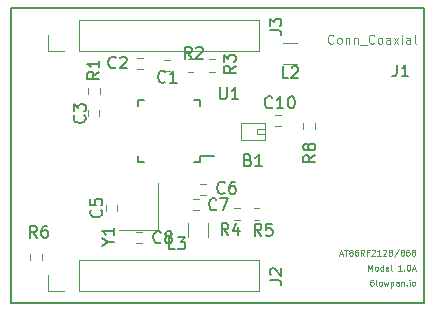
<source format=gbr>
G04 #@! TF.FileFunction,Legend,Top*
%FSLAX46Y46*%
G04 Gerber Fmt 4.6, Leading zero omitted, Abs format (unit mm)*
G04 Created by KiCad (PCBNEW 4.0.7) date Sat Oct 28 22:36:45 2017*
%MOMM*%
%LPD*%
G01*
G04 APERTURE LIST*
%ADD10C,0.100000*%
%ADD11C,0.075000*%
%ADD12C,0.150000*%
%ADD13C,0.120000*%
%ADD14C,0.182880*%
%ADD15C,0.081280*%
G04 APERTURE END LIST*
D10*
D11*
X201438333Y-94341190D02*
X201343095Y-94341190D01*
X201295476Y-94365000D01*
X201271667Y-94388810D01*
X201224048Y-94460238D01*
X201200238Y-94555476D01*
X201200238Y-94745952D01*
X201224048Y-94793571D01*
X201247857Y-94817381D01*
X201295476Y-94841190D01*
X201390714Y-94841190D01*
X201438333Y-94817381D01*
X201462143Y-94793571D01*
X201485952Y-94745952D01*
X201485952Y-94626905D01*
X201462143Y-94579286D01*
X201438333Y-94555476D01*
X201390714Y-94531667D01*
X201295476Y-94531667D01*
X201247857Y-94555476D01*
X201224048Y-94579286D01*
X201200238Y-94626905D01*
X201771666Y-94841190D02*
X201724047Y-94817381D01*
X201700238Y-94769762D01*
X201700238Y-94341190D01*
X202033571Y-94841190D02*
X201985952Y-94817381D01*
X201962143Y-94793571D01*
X201938333Y-94745952D01*
X201938333Y-94603095D01*
X201962143Y-94555476D01*
X201985952Y-94531667D01*
X202033571Y-94507857D01*
X202105000Y-94507857D01*
X202152619Y-94531667D01*
X202176428Y-94555476D01*
X202200238Y-94603095D01*
X202200238Y-94745952D01*
X202176428Y-94793571D01*
X202152619Y-94817381D01*
X202105000Y-94841190D01*
X202033571Y-94841190D01*
X202366905Y-94507857D02*
X202462143Y-94841190D01*
X202557381Y-94603095D01*
X202652619Y-94841190D01*
X202747857Y-94507857D01*
X202938334Y-94507857D02*
X202938334Y-95007857D01*
X202938334Y-94531667D02*
X202985953Y-94507857D01*
X203081191Y-94507857D01*
X203128810Y-94531667D01*
X203152619Y-94555476D01*
X203176429Y-94603095D01*
X203176429Y-94745952D01*
X203152619Y-94793571D01*
X203128810Y-94817381D01*
X203081191Y-94841190D01*
X202985953Y-94841190D01*
X202938334Y-94817381D01*
X203605000Y-94841190D02*
X203605000Y-94579286D01*
X203581191Y-94531667D01*
X203533572Y-94507857D01*
X203438334Y-94507857D01*
X203390715Y-94531667D01*
X203605000Y-94817381D02*
X203557381Y-94841190D01*
X203438334Y-94841190D01*
X203390715Y-94817381D01*
X203366905Y-94769762D01*
X203366905Y-94722143D01*
X203390715Y-94674524D01*
X203438334Y-94650714D01*
X203557381Y-94650714D01*
X203605000Y-94626905D01*
X203843096Y-94507857D02*
X203843096Y-94841190D01*
X203843096Y-94555476D02*
X203866905Y-94531667D01*
X203914524Y-94507857D01*
X203985953Y-94507857D01*
X204033572Y-94531667D01*
X204057381Y-94579286D01*
X204057381Y-94841190D01*
X204295477Y-94793571D02*
X204319286Y-94817381D01*
X204295477Y-94841190D01*
X204271667Y-94817381D01*
X204295477Y-94793571D01*
X204295477Y-94841190D01*
X204533572Y-94841190D02*
X204533572Y-94507857D01*
X204533572Y-94341190D02*
X204509762Y-94365000D01*
X204533572Y-94388810D01*
X204557381Y-94365000D01*
X204533572Y-94341190D01*
X204533572Y-94388810D01*
X204843095Y-94841190D02*
X204795476Y-94817381D01*
X204771667Y-94793571D01*
X204747857Y-94745952D01*
X204747857Y-94603095D01*
X204771667Y-94555476D01*
X204795476Y-94531667D01*
X204843095Y-94507857D01*
X204914524Y-94507857D01*
X204962143Y-94531667D01*
X204985952Y-94555476D01*
X205009762Y-94603095D01*
X205009762Y-94745952D01*
X204985952Y-94793571D01*
X204962143Y-94817381D01*
X204914524Y-94841190D01*
X204843095Y-94841190D01*
X201057383Y-93571190D02*
X201057383Y-93071190D01*
X201224049Y-93428333D01*
X201390716Y-93071190D01*
X201390716Y-93571190D01*
X201700240Y-93571190D02*
X201652621Y-93547381D01*
X201628812Y-93523571D01*
X201605002Y-93475952D01*
X201605002Y-93333095D01*
X201628812Y-93285476D01*
X201652621Y-93261667D01*
X201700240Y-93237857D01*
X201771669Y-93237857D01*
X201819288Y-93261667D01*
X201843097Y-93285476D01*
X201866907Y-93333095D01*
X201866907Y-93475952D01*
X201843097Y-93523571D01*
X201819288Y-93547381D01*
X201771669Y-93571190D01*
X201700240Y-93571190D01*
X202295478Y-93571190D02*
X202295478Y-93071190D01*
X202295478Y-93547381D02*
X202247859Y-93571190D01*
X202152621Y-93571190D01*
X202105002Y-93547381D01*
X202081193Y-93523571D01*
X202057383Y-93475952D01*
X202057383Y-93333095D01*
X202081193Y-93285476D01*
X202105002Y-93261667D01*
X202152621Y-93237857D01*
X202247859Y-93237857D01*
X202295478Y-93261667D01*
X202724050Y-93547381D02*
X202676431Y-93571190D01*
X202581193Y-93571190D01*
X202533574Y-93547381D01*
X202509764Y-93499762D01*
X202509764Y-93309286D01*
X202533574Y-93261667D01*
X202581193Y-93237857D01*
X202676431Y-93237857D01*
X202724050Y-93261667D01*
X202747859Y-93309286D01*
X202747859Y-93356905D01*
X202509764Y-93404524D01*
X203033573Y-93571190D02*
X202985954Y-93547381D01*
X202962145Y-93499762D01*
X202962145Y-93071190D01*
X203866906Y-93571190D02*
X203581192Y-93571190D01*
X203724049Y-93571190D02*
X203724049Y-93071190D01*
X203676430Y-93142619D01*
X203628811Y-93190238D01*
X203581192Y-93214048D01*
X204081192Y-93523571D02*
X204105001Y-93547381D01*
X204081192Y-93571190D01*
X204057382Y-93547381D01*
X204081192Y-93523571D01*
X204081192Y-93571190D01*
X204414525Y-93071190D02*
X204462144Y-93071190D01*
X204509763Y-93095000D01*
X204533572Y-93118810D01*
X204557382Y-93166429D01*
X204581191Y-93261667D01*
X204581191Y-93380714D01*
X204557382Y-93475952D01*
X204533572Y-93523571D01*
X204509763Y-93547381D01*
X204462144Y-93571190D01*
X204414525Y-93571190D01*
X204366906Y-93547381D01*
X204343096Y-93523571D01*
X204319287Y-93475952D01*
X204295477Y-93380714D01*
X204295477Y-93261667D01*
X204319287Y-93166429D01*
X204343096Y-93118810D01*
X204366906Y-93095000D01*
X204414525Y-93071190D01*
X204771667Y-93428333D02*
X205009762Y-93428333D01*
X204724048Y-93571190D02*
X204890715Y-93071190D01*
X205057381Y-93571190D01*
X198628814Y-92158333D02*
X198866909Y-92158333D01*
X198581195Y-92301190D02*
X198747862Y-91801190D01*
X198914528Y-92301190D01*
X199009766Y-91801190D02*
X199295480Y-91801190D01*
X199152623Y-92301190D02*
X199152623Y-91801190D01*
X199533575Y-92015476D02*
X199485956Y-91991667D01*
X199462147Y-91967857D01*
X199438337Y-91920238D01*
X199438337Y-91896429D01*
X199462147Y-91848810D01*
X199485956Y-91825000D01*
X199533575Y-91801190D01*
X199628813Y-91801190D01*
X199676432Y-91825000D01*
X199700242Y-91848810D01*
X199724051Y-91896429D01*
X199724051Y-91920238D01*
X199700242Y-91967857D01*
X199676432Y-91991667D01*
X199628813Y-92015476D01*
X199533575Y-92015476D01*
X199485956Y-92039286D01*
X199462147Y-92063095D01*
X199438337Y-92110714D01*
X199438337Y-92205952D01*
X199462147Y-92253571D01*
X199485956Y-92277381D01*
X199533575Y-92301190D01*
X199628813Y-92301190D01*
X199676432Y-92277381D01*
X199700242Y-92253571D01*
X199724051Y-92205952D01*
X199724051Y-92110714D01*
X199700242Y-92063095D01*
X199676432Y-92039286D01*
X199628813Y-92015476D01*
X200152622Y-91801190D02*
X200057384Y-91801190D01*
X200009765Y-91825000D01*
X199985956Y-91848810D01*
X199938337Y-91920238D01*
X199914527Y-92015476D01*
X199914527Y-92205952D01*
X199938337Y-92253571D01*
X199962146Y-92277381D01*
X200009765Y-92301190D01*
X200105003Y-92301190D01*
X200152622Y-92277381D01*
X200176432Y-92253571D01*
X200200241Y-92205952D01*
X200200241Y-92086905D01*
X200176432Y-92039286D01*
X200152622Y-92015476D01*
X200105003Y-91991667D01*
X200009765Y-91991667D01*
X199962146Y-92015476D01*
X199938337Y-92039286D01*
X199914527Y-92086905D01*
X200700241Y-92301190D02*
X200533574Y-92063095D01*
X200414527Y-92301190D02*
X200414527Y-91801190D01*
X200605003Y-91801190D01*
X200652622Y-91825000D01*
X200676431Y-91848810D01*
X200700241Y-91896429D01*
X200700241Y-91967857D01*
X200676431Y-92015476D01*
X200652622Y-92039286D01*
X200605003Y-92063095D01*
X200414527Y-92063095D01*
X201081193Y-92039286D02*
X200914527Y-92039286D01*
X200914527Y-92301190D02*
X200914527Y-91801190D01*
X201152622Y-91801190D01*
X201319288Y-91848810D02*
X201343098Y-91825000D01*
X201390717Y-91801190D01*
X201509764Y-91801190D01*
X201557383Y-91825000D01*
X201581193Y-91848810D01*
X201605002Y-91896429D01*
X201605002Y-91944048D01*
X201581193Y-92015476D01*
X201295479Y-92301190D01*
X201605002Y-92301190D01*
X202081192Y-92301190D02*
X201795478Y-92301190D01*
X201938335Y-92301190D02*
X201938335Y-91801190D01*
X201890716Y-91872619D01*
X201843097Y-91920238D01*
X201795478Y-91944048D01*
X202271668Y-91848810D02*
X202295478Y-91825000D01*
X202343097Y-91801190D01*
X202462144Y-91801190D01*
X202509763Y-91825000D01*
X202533573Y-91848810D01*
X202557382Y-91896429D01*
X202557382Y-91944048D01*
X202533573Y-92015476D01*
X202247859Y-92301190D01*
X202557382Y-92301190D01*
X202938334Y-92039286D02*
X203009763Y-92063095D01*
X203033572Y-92086905D01*
X203057382Y-92134524D01*
X203057382Y-92205952D01*
X203033572Y-92253571D01*
X203009763Y-92277381D01*
X202962144Y-92301190D01*
X202771668Y-92301190D01*
X202771668Y-91801190D01*
X202938334Y-91801190D01*
X202985953Y-91825000D01*
X203009763Y-91848810D01*
X203033572Y-91896429D01*
X203033572Y-91944048D01*
X203009763Y-91991667D01*
X202985953Y-92015476D01*
X202938334Y-92039286D01*
X202771668Y-92039286D01*
X203628810Y-91777381D02*
X203200239Y-92420238D01*
X203866906Y-92015476D02*
X203819287Y-91991667D01*
X203795478Y-91967857D01*
X203771668Y-91920238D01*
X203771668Y-91896429D01*
X203795478Y-91848810D01*
X203819287Y-91825000D01*
X203866906Y-91801190D01*
X203962144Y-91801190D01*
X204009763Y-91825000D01*
X204033573Y-91848810D01*
X204057382Y-91896429D01*
X204057382Y-91920238D01*
X204033573Y-91967857D01*
X204009763Y-91991667D01*
X203962144Y-92015476D01*
X203866906Y-92015476D01*
X203819287Y-92039286D01*
X203795478Y-92063095D01*
X203771668Y-92110714D01*
X203771668Y-92205952D01*
X203795478Y-92253571D01*
X203819287Y-92277381D01*
X203866906Y-92301190D01*
X203962144Y-92301190D01*
X204009763Y-92277381D01*
X204033573Y-92253571D01*
X204057382Y-92205952D01*
X204057382Y-92110714D01*
X204033573Y-92063095D01*
X204009763Y-92039286D01*
X203962144Y-92015476D01*
X204485953Y-91801190D02*
X204390715Y-91801190D01*
X204343096Y-91825000D01*
X204319287Y-91848810D01*
X204271668Y-91920238D01*
X204247858Y-92015476D01*
X204247858Y-92205952D01*
X204271668Y-92253571D01*
X204295477Y-92277381D01*
X204343096Y-92301190D01*
X204438334Y-92301190D01*
X204485953Y-92277381D01*
X204509763Y-92253571D01*
X204533572Y-92205952D01*
X204533572Y-92086905D01*
X204509763Y-92039286D01*
X204485953Y-92015476D01*
X204438334Y-91991667D01*
X204343096Y-91991667D01*
X204295477Y-92015476D01*
X204271668Y-92039286D01*
X204247858Y-92086905D01*
X204819286Y-92015476D02*
X204771667Y-91991667D01*
X204747858Y-91967857D01*
X204724048Y-91920238D01*
X204724048Y-91896429D01*
X204747858Y-91848810D01*
X204771667Y-91825000D01*
X204819286Y-91801190D01*
X204914524Y-91801190D01*
X204962143Y-91825000D01*
X204985953Y-91848810D01*
X205009762Y-91896429D01*
X205009762Y-91920238D01*
X204985953Y-91967857D01*
X204962143Y-91991667D01*
X204914524Y-92015476D01*
X204819286Y-92015476D01*
X204771667Y-92039286D01*
X204747858Y-92063095D01*
X204724048Y-92110714D01*
X204724048Y-92205952D01*
X204747858Y-92253571D01*
X204771667Y-92277381D01*
X204819286Y-92301190D01*
X204914524Y-92301190D01*
X204962143Y-92277381D01*
X204985953Y-92253571D01*
X205009762Y-92205952D01*
X205009762Y-92110714D01*
X204985953Y-92063095D01*
X204962143Y-92039286D01*
X204914524Y-92015476D01*
D12*
X170815000Y-71374000D02*
X205790800Y-71374000D01*
X205790800Y-96291400D02*
X205790800Y-71374000D01*
X170815000Y-96291400D02*
X205790800Y-96291400D01*
X170815000Y-96291400D02*
X170815000Y-71374000D01*
D10*
X192062000Y-81988000D02*
X192262000Y-81988000D01*
X192062000Y-81588000D02*
X192262000Y-81588000D01*
X191662000Y-81588000D02*
X191662000Y-81988000D01*
X191662000Y-81988000D02*
X192062000Y-81988000D01*
X192062000Y-81588000D02*
X191662000Y-81588000D01*
X192262000Y-81788000D02*
X192262000Y-82488000D01*
X192262000Y-82488000D02*
X190262000Y-82488000D01*
X190262000Y-82488000D02*
X190262000Y-81788000D01*
X190262000Y-81788000D02*
X190262000Y-81088000D01*
X190262000Y-81088000D02*
X192262000Y-81088000D01*
X192262000Y-81088000D02*
X192262000Y-81788000D01*
D13*
X184273000Y-75730000D02*
X183773000Y-75730000D01*
X183773000Y-76670000D02*
X184273000Y-76670000D01*
X181487000Y-76479500D02*
X181987000Y-76479500D01*
X181987000Y-75539500D02*
X181487000Y-75539500D01*
X178270000Y-80514000D02*
X178270000Y-80014000D01*
X177330000Y-80014000D02*
X177330000Y-80514000D01*
X178854000Y-88015000D02*
X178854000Y-88515000D01*
X179794000Y-88515000D02*
X179794000Y-88015000D01*
X186821000Y-87211000D02*
X187321000Y-87211000D01*
X187321000Y-86271000D02*
X186821000Y-86271000D01*
X186186000Y-88481000D02*
X186686000Y-88481000D01*
X186686000Y-87541000D02*
X186186000Y-87541000D01*
X181860000Y-90335000D02*
X181360000Y-90335000D01*
X181360000Y-91275000D02*
X181860000Y-91275000D01*
X193171000Y-81369000D02*
X193671000Y-81369000D01*
X193671000Y-80429000D02*
X193171000Y-80429000D01*
X191830000Y-95310000D02*
X191830000Y-92650000D01*
X176530000Y-95310000D02*
X191830000Y-95310000D01*
X176530000Y-92650000D02*
X191830000Y-92650000D01*
X176530000Y-95310000D02*
X176530000Y-92650000D01*
X175260000Y-95310000D02*
X173930000Y-95310000D01*
X173930000Y-95310000D02*
X173930000Y-93980000D01*
X191830000Y-74990000D02*
X191830000Y-72330000D01*
X176530000Y-74990000D02*
X191830000Y-74990000D01*
X176530000Y-72330000D02*
X191830000Y-72330000D01*
X176530000Y-74990000D02*
X176530000Y-72330000D01*
X175260000Y-74990000D02*
X173930000Y-74990000D01*
X173930000Y-74990000D02*
X173930000Y-73660000D01*
X193837000Y-74304000D02*
X195037000Y-74304000D01*
X195037000Y-76064000D02*
X193837000Y-76064000D01*
X185746500Y-90770000D02*
X185746500Y-89570000D01*
X187506500Y-89570000D02*
X187506500Y-90770000D01*
X177270000Y-78109000D02*
X177270000Y-78609000D01*
X178330000Y-78609000D02*
X178330000Y-78109000D01*
X185741500Y-76730000D02*
X186241500Y-76730000D01*
X186241500Y-75670000D02*
X185741500Y-75670000D01*
X187583000Y-76730000D02*
X188083000Y-76730000D01*
X188083000Y-75670000D02*
X187583000Y-75670000D01*
X190178500Y-88243000D02*
X189678500Y-88243000D01*
X189678500Y-89303000D02*
X190178500Y-89303000D01*
X191329500Y-89303000D02*
X191829500Y-89303000D01*
X191829500Y-88243000D02*
X191329500Y-88243000D01*
X195507200Y-81080800D02*
X195507200Y-81580800D01*
X196567200Y-81580800D02*
X196567200Y-81080800D01*
D12*
X186775000Y-84413000D02*
X186775000Y-83903000D01*
X181525000Y-84413000D02*
X181525000Y-83903000D01*
X181525000Y-79163000D02*
X181525000Y-79673000D01*
X186775000Y-79163000D02*
X186775000Y-79673000D01*
X186775000Y-84413000D02*
X186265000Y-84413000D01*
X186775000Y-79163000D02*
X186265000Y-79163000D01*
X181525000Y-79163000D02*
X182035000Y-79163000D01*
X181525000Y-84413000D02*
X182035000Y-84413000D01*
X186775000Y-83903000D02*
X188000000Y-83903000D01*
D13*
X179960000Y-90138000D02*
X183260000Y-90138000D01*
X183260000Y-90138000D02*
X183260000Y-86138000D01*
X173427800Y-92655200D02*
X173427800Y-92155200D01*
X172367800Y-92155200D02*
X172367800Y-92655200D01*
D12*
X190857239Y-84216571D02*
X191000096Y-84264190D01*
X191047715Y-84311810D01*
X191095334Y-84407048D01*
X191095334Y-84549905D01*
X191047715Y-84645143D01*
X191000096Y-84692762D01*
X190904858Y-84740381D01*
X190523905Y-84740381D01*
X190523905Y-83740381D01*
X190857239Y-83740381D01*
X190952477Y-83788000D01*
X191000096Y-83835619D01*
X191047715Y-83930857D01*
X191047715Y-84026095D01*
X191000096Y-84121333D01*
X190952477Y-84168952D01*
X190857239Y-84216571D01*
X190523905Y-84216571D01*
X192047715Y-84740381D02*
X191476286Y-84740381D01*
X191762000Y-84740381D02*
X191762000Y-83740381D01*
X191666762Y-83883238D01*
X191571524Y-83978476D01*
X191476286Y-84026095D01*
X183856334Y-77573143D02*
X183808715Y-77620762D01*
X183665858Y-77668381D01*
X183570620Y-77668381D01*
X183427762Y-77620762D01*
X183332524Y-77525524D01*
X183284905Y-77430286D01*
X183237286Y-77239810D01*
X183237286Y-77096952D01*
X183284905Y-76906476D01*
X183332524Y-76811238D01*
X183427762Y-76716000D01*
X183570620Y-76668381D01*
X183665858Y-76668381D01*
X183808715Y-76716000D01*
X183856334Y-76763619D01*
X184808715Y-77668381D02*
X184237286Y-77668381D01*
X184523000Y-77668381D02*
X184523000Y-76668381D01*
X184427762Y-76811238D01*
X184332524Y-76906476D01*
X184237286Y-76954095D01*
X179665334Y-76366643D02*
X179617715Y-76414262D01*
X179474858Y-76461881D01*
X179379620Y-76461881D01*
X179236762Y-76414262D01*
X179141524Y-76319024D01*
X179093905Y-76223786D01*
X179046286Y-76033310D01*
X179046286Y-75890452D01*
X179093905Y-75699976D01*
X179141524Y-75604738D01*
X179236762Y-75509500D01*
X179379620Y-75461881D01*
X179474858Y-75461881D01*
X179617715Y-75509500D01*
X179665334Y-75557119D01*
X180046286Y-75557119D02*
X180093905Y-75509500D01*
X180189143Y-75461881D01*
X180427239Y-75461881D01*
X180522477Y-75509500D01*
X180570096Y-75557119D01*
X180617715Y-75652357D01*
X180617715Y-75747595D01*
X180570096Y-75890452D01*
X179998667Y-76461881D01*
X180617715Y-76461881D01*
X177014143Y-80430666D02*
X177061762Y-80478285D01*
X177109381Y-80621142D01*
X177109381Y-80716380D01*
X177061762Y-80859238D01*
X176966524Y-80954476D01*
X176871286Y-81002095D01*
X176680810Y-81049714D01*
X176537952Y-81049714D01*
X176347476Y-81002095D01*
X176252238Y-80954476D01*
X176157000Y-80859238D01*
X176109381Y-80716380D01*
X176109381Y-80621142D01*
X176157000Y-80478285D01*
X176204619Y-80430666D01*
X176109381Y-80097333D02*
X176109381Y-79478285D01*
X176490333Y-79811619D01*
X176490333Y-79668761D01*
X176537952Y-79573523D01*
X176585571Y-79525904D01*
X176680810Y-79478285D01*
X176918905Y-79478285D01*
X177014143Y-79525904D01*
X177061762Y-79573523D01*
X177109381Y-79668761D01*
X177109381Y-79954476D01*
X177061762Y-80049714D01*
X177014143Y-80097333D01*
X178411143Y-88431666D02*
X178458762Y-88479285D01*
X178506381Y-88622142D01*
X178506381Y-88717380D01*
X178458762Y-88860238D01*
X178363524Y-88955476D01*
X178268286Y-89003095D01*
X178077810Y-89050714D01*
X177934952Y-89050714D01*
X177744476Y-89003095D01*
X177649238Y-88955476D01*
X177554000Y-88860238D01*
X177506381Y-88717380D01*
X177506381Y-88622142D01*
X177554000Y-88479285D01*
X177601619Y-88431666D01*
X177506381Y-87526904D02*
X177506381Y-88003095D01*
X177982571Y-88050714D01*
X177934952Y-88003095D01*
X177887333Y-87907857D01*
X177887333Y-87669761D01*
X177934952Y-87574523D01*
X177982571Y-87526904D01*
X178077810Y-87479285D01*
X178315905Y-87479285D01*
X178411143Y-87526904D01*
X178458762Y-87574523D01*
X178506381Y-87669761D01*
X178506381Y-87907857D01*
X178458762Y-88003095D01*
X178411143Y-88050714D01*
X188872834Y-86971143D02*
X188825215Y-87018762D01*
X188682358Y-87066381D01*
X188587120Y-87066381D01*
X188444262Y-87018762D01*
X188349024Y-86923524D01*
X188301405Y-86828286D01*
X188253786Y-86637810D01*
X188253786Y-86494952D01*
X188301405Y-86304476D01*
X188349024Y-86209238D01*
X188444262Y-86114000D01*
X188587120Y-86066381D01*
X188682358Y-86066381D01*
X188825215Y-86114000D01*
X188872834Y-86161619D01*
X189729977Y-86066381D02*
X189539500Y-86066381D01*
X189444262Y-86114000D01*
X189396643Y-86161619D01*
X189301405Y-86304476D01*
X189253786Y-86494952D01*
X189253786Y-86875905D01*
X189301405Y-86971143D01*
X189349024Y-87018762D01*
X189444262Y-87066381D01*
X189634739Y-87066381D01*
X189729977Y-87018762D01*
X189777596Y-86971143D01*
X189825215Y-86875905D01*
X189825215Y-86637810D01*
X189777596Y-86542571D01*
X189729977Y-86494952D01*
X189634739Y-86447333D01*
X189444262Y-86447333D01*
X189349024Y-86494952D01*
X189301405Y-86542571D01*
X189253786Y-86637810D01*
X188174334Y-88368143D02*
X188126715Y-88415762D01*
X187983858Y-88463381D01*
X187888620Y-88463381D01*
X187745762Y-88415762D01*
X187650524Y-88320524D01*
X187602905Y-88225286D01*
X187555286Y-88034810D01*
X187555286Y-87891952D01*
X187602905Y-87701476D01*
X187650524Y-87606238D01*
X187745762Y-87511000D01*
X187888620Y-87463381D01*
X187983858Y-87463381D01*
X188126715Y-87511000D01*
X188174334Y-87558619D01*
X188507667Y-87463381D02*
X189174334Y-87463381D01*
X188745762Y-88463381D01*
X183475334Y-91162143D02*
X183427715Y-91209762D01*
X183284858Y-91257381D01*
X183189620Y-91257381D01*
X183046762Y-91209762D01*
X182951524Y-91114524D01*
X182903905Y-91019286D01*
X182856286Y-90828810D01*
X182856286Y-90685952D01*
X182903905Y-90495476D01*
X182951524Y-90400238D01*
X183046762Y-90305000D01*
X183189620Y-90257381D01*
X183284858Y-90257381D01*
X183427715Y-90305000D01*
X183475334Y-90352619D01*
X184046762Y-90685952D02*
X183951524Y-90638333D01*
X183903905Y-90590714D01*
X183856286Y-90495476D01*
X183856286Y-90447857D01*
X183903905Y-90352619D01*
X183951524Y-90305000D01*
X184046762Y-90257381D01*
X184237239Y-90257381D01*
X184332477Y-90305000D01*
X184380096Y-90352619D01*
X184427715Y-90447857D01*
X184427715Y-90495476D01*
X184380096Y-90590714D01*
X184332477Y-90638333D01*
X184237239Y-90685952D01*
X184046762Y-90685952D01*
X183951524Y-90733571D01*
X183903905Y-90781190D01*
X183856286Y-90876429D01*
X183856286Y-91066905D01*
X183903905Y-91162143D01*
X183951524Y-91209762D01*
X184046762Y-91257381D01*
X184237239Y-91257381D01*
X184332477Y-91209762D01*
X184380096Y-91162143D01*
X184427715Y-91066905D01*
X184427715Y-90876429D01*
X184380096Y-90781190D01*
X184332477Y-90733571D01*
X184237239Y-90685952D01*
X192905143Y-79732143D02*
X192857524Y-79779762D01*
X192714667Y-79827381D01*
X192619429Y-79827381D01*
X192476571Y-79779762D01*
X192381333Y-79684524D01*
X192333714Y-79589286D01*
X192286095Y-79398810D01*
X192286095Y-79255952D01*
X192333714Y-79065476D01*
X192381333Y-78970238D01*
X192476571Y-78875000D01*
X192619429Y-78827381D01*
X192714667Y-78827381D01*
X192857524Y-78875000D01*
X192905143Y-78922619D01*
X193857524Y-79827381D02*
X193286095Y-79827381D01*
X193571809Y-79827381D02*
X193571809Y-78827381D01*
X193476571Y-78970238D01*
X193381333Y-79065476D01*
X193286095Y-79113095D01*
X194476571Y-78827381D02*
X194571810Y-78827381D01*
X194667048Y-78875000D01*
X194714667Y-78922619D01*
X194762286Y-79017857D01*
X194809905Y-79208333D01*
X194809905Y-79446429D01*
X194762286Y-79636905D01*
X194714667Y-79732143D01*
X194667048Y-79779762D01*
X194571810Y-79827381D01*
X194476571Y-79827381D01*
X194381333Y-79779762D01*
X194333714Y-79732143D01*
X194286095Y-79636905D01*
X194238476Y-79446429D01*
X194238476Y-79208333D01*
X194286095Y-79017857D01*
X194333714Y-78922619D01*
X194381333Y-78875000D01*
X194476571Y-78827381D01*
D14*
X203447953Y-76154038D02*
X203447953Y-76843467D01*
X203401991Y-76981352D01*
X203310067Y-77073276D01*
X203172182Y-77119238D01*
X203080258Y-77119238D01*
X204413152Y-77119238D02*
X203861610Y-77119238D01*
X204137381Y-77119238D02*
X204137381Y-76154038D01*
X204045457Y-76291924D01*
X203953533Y-76383848D01*
X203861610Y-76429810D01*
D15*
X198084682Y-74296451D02*
X198047912Y-74333221D01*
X197937604Y-74369990D01*
X197864065Y-74369990D01*
X197753756Y-74333221D01*
X197680217Y-74259682D01*
X197643448Y-74186143D01*
X197606678Y-74039065D01*
X197606678Y-73928756D01*
X197643448Y-73781678D01*
X197680217Y-73708139D01*
X197753756Y-73634600D01*
X197864065Y-73597830D01*
X197937604Y-73597830D01*
X198047912Y-73634600D01*
X198084682Y-73671370D01*
X198525916Y-74369990D02*
X198452377Y-74333221D01*
X198415608Y-74296451D01*
X198378838Y-74222912D01*
X198378838Y-74002295D01*
X198415608Y-73928756D01*
X198452377Y-73891987D01*
X198525916Y-73855217D01*
X198636225Y-73855217D01*
X198709764Y-73891987D01*
X198746533Y-73928756D01*
X198783303Y-74002295D01*
X198783303Y-74222912D01*
X198746533Y-74296451D01*
X198709764Y-74333221D01*
X198636225Y-74369990D01*
X198525916Y-74369990D01*
X199114229Y-73855217D02*
X199114229Y-74369990D01*
X199114229Y-73928756D02*
X199150998Y-73891987D01*
X199224537Y-73855217D01*
X199334846Y-73855217D01*
X199408385Y-73891987D01*
X199445154Y-73965526D01*
X199445154Y-74369990D01*
X199812850Y-73855217D02*
X199812850Y-74369990D01*
X199812850Y-73928756D02*
X199849619Y-73891987D01*
X199923158Y-73855217D01*
X200033467Y-73855217D01*
X200107006Y-73891987D01*
X200143775Y-73965526D01*
X200143775Y-74369990D01*
X200327623Y-74443530D02*
X200915935Y-74443530D01*
X201541017Y-74296451D02*
X201504247Y-74333221D01*
X201393939Y-74369990D01*
X201320400Y-74369990D01*
X201210091Y-74333221D01*
X201136552Y-74259682D01*
X201099783Y-74186143D01*
X201063013Y-74039065D01*
X201063013Y-73928756D01*
X201099783Y-73781678D01*
X201136552Y-73708139D01*
X201210091Y-73634600D01*
X201320400Y-73597830D01*
X201393939Y-73597830D01*
X201504247Y-73634600D01*
X201541017Y-73671370D01*
X201982251Y-74369990D02*
X201908712Y-74333221D01*
X201871943Y-74296451D01*
X201835173Y-74222912D01*
X201835173Y-74002295D01*
X201871943Y-73928756D01*
X201908712Y-73891987D01*
X201982251Y-73855217D01*
X202092560Y-73855217D01*
X202166099Y-73891987D01*
X202202868Y-73928756D01*
X202239638Y-74002295D01*
X202239638Y-74222912D01*
X202202868Y-74296451D01*
X202166099Y-74333221D01*
X202092560Y-74369990D01*
X201982251Y-74369990D01*
X202901489Y-74369990D02*
X202901489Y-73965526D01*
X202864720Y-73891987D01*
X202791181Y-73855217D01*
X202644103Y-73855217D01*
X202570564Y-73891987D01*
X202901489Y-74333221D02*
X202827950Y-74369990D01*
X202644103Y-74369990D01*
X202570564Y-74333221D01*
X202533794Y-74259682D01*
X202533794Y-74186143D01*
X202570564Y-74112604D01*
X202644103Y-74075834D01*
X202827950Y-74075834D01*
X202901489Y-74039065D01*
X203195646Y-74369990D02*
X203600110Y-73855217D01*
X203195646Y-73855217D02*
X203600110Y-74369990D01*
X203894267Y-74369990D02*
X203894267Y-73855217D01*
X203894267Y-73597830D02*
X203857497Y-73634600D01*
X203894267Y-73671370D01*
X203931036Y-73634600D01*
X203894267Y-73597830D01*
X203894267Y-73671370D01*
X204592887Y-74369990D02*
X204592887Y-73965526D01*
X204556118Y-73891987D01*
X204482579Y-73855217D01*
X204335501Y-73855217D01*
X204261962Y-73891987D01*
X204592887Y-74333221D02*
X204519348Y-74369990D01*
X204335501Y-74369990D01*
X204261962Y-74333221D01*
X204225192Y-74259682D01*
X204225192Y-74186143D01*
X204261962Y-74112604D01*
X204335501Y-74075834D01*
X204519348Y-74075834D01*
X204592887Y-74039065D01*
X205070891Y-74369990D02*
X204997352Y-74333221D01*
X204960583Y-74259682D01*
X204960583Y-73597830D01*
D12*
X192682881Y-94376833D02*
X193397167Y-94376833D01*
X193540024Y-94424453D01*
X193635262Y-94519691D01*
X193682881Y-94662548D01*
X193682881Y-94757786D01*
X192778119Y-93948262D02*
X192730500Y-93900643D01*
X192682881Y-93805405D01*
X192682881Y-93567309D01*
X192730500Y-93472071D01*
X192778119Y-93424452D01*
X192873357Y-93376833D01*
X192968595Y-93376833D01*
X193111452Y-93424452D01*
X193682881Y-93995881D01*
X193682881Y-93376833D01*
X192682881Y-73231333D02*
X193397167Y-73231333D01*
X193540024Y-73278953D01*
X193635262Y-73374191D01*
X193682881Y-73517048D01*
X193682881Y-73612286D01*
X192682881Y-72850381D02*
X192682881Y-72231333D01*
X193063833Y-72564667D01*
X193063833Y-72421809D01*
X193111452Y-72326571D01*
X193159071Y-72278952D01*
X193254310Y-72231333D01*
X193492405Y-72231333D01*
X193587643Y-72278952D01*
X193635262Y-72326571D01*
X193682881Y-72421809D01*
X193682881Y-72707524D01*
X193635262Y-72802762D01*
X193587643Y-72850381D01*
X194270334Y-77286381D02*
X193794143Y-77286381D01*
X193794143Y-76286381D01*
X194556048Y-76381619D02*
X194603667Y-76334000D01*
X194698905Y-76286381D01*
X194937001Y-76286381D01*
X195032239Y-76334000D01*
X195079858Y-76381619D01*
X195127477Y-76476857D01*
X195127477Y-76572095D01*
X195079858Y-76714952D01*
X194508429Y-77286381D01*
X195127477Y-77286381D01*
X184681834Y-91765381D02*
X184205643Y-91765381D01*
X184205643Y-90765381D01*
X184919929Y-90765381D02*
X185538977Y-90765381D01*
X185205643Y-91146333D01*
X185348501Y-91146333D01*
X185443739Y-91193952D01*
X185491358Y-91241571D01*
X185538977Y-91336810D01*
X185538977Y-91574905D01*
X185491358Y-91670143D01*
X185443739Y-91717762D01*
X185348501Y-91765381D01*
X185062786Y-91765381D01*
X184967548Y-91717762D01*
X184919929Y-91670143D01*
X178252381Y-76747666D02*
X177776190Y-77081000D01*
X178252381Y-77319095D02*
X177252381Y-77319095D01*
X177252381Y-76938142D01*
X177300000Y-76842904D01*
X177347619Y-76795285D01*
X177442857Y-76747666D01*
X177585714Y-76747666D01*
X177680952Y-76795285D01*
X177728571Y-76842904D01*
X177776190Y-76938142D01*
X177776190Y-77319095D01*
X178252381Y-75795285D02*
X178252381Y-76366714D01*
X178252381Y-76081000D02*
X177252381Y-76081000D01*
X177395238Y-76176238D01*
X177490476Y-76271476D01*
X177538095Y-76366714D01*
X186078834Y-75636381D02*
X185745500Y-75160190D01*
X185507405Y-75636381D02*
X185507405Y-74636381D01*
X185888358Y-74636381D01*
X185983596Y-74684000D01*
X186031215Y-74731619D01*
X186078834Y-74826857D01*
X186078834Y-74969714D01*
X186031215Y-75064952D01*
X185983596Y-75112571D01*
X185888358Y-75160190D01*
X185507405Y-75160190D01*
X186459786Y-74731619D02*
X186507405Y-74684000D01*
X186602643Y-74636381D01*
X186840739Y-74636381D01*
X186935977Y-74684000D01*
X186983596Y-74731619D01*
X187031215Y-74826857D01*
X187031215Y-74922095D01*
X186983596Y-75064952D01*
X186412167Y-75636381D01*
X187031215Y-75636381D01*
X189809381Y-76239666D02*
X189333190Y-76573000D01*
X189809381Y-76811095D02*
X188809381Y-76811095D01*
X188809381Y-76430142D01*
X188857000Y-76334904D01*
X188904619Y-76287285D01*
X188999857Y-76239666D01*
X189142714Y-76239666D01*
X189237952Y-76287285D01*
X189285571Y-76334904D01*
X189333190Y-76430142D01*
X189333190Y-76811095D01*
X188809381Y-75906333D02*
X188809381Y-75287285D01*
X189190333Y-75620619D01*
X189190333Y-75477761D01*
X189237952Y-75382523D01*
X189285571Y-75334904D01*
X189380810Y-75287285D01*
X189618905Y-75287285D01*
X189714143Y-75334904D01*
X189761762Y-75382523D01*
X189809381Y-75477761D01*
X189809381Y-75763476D01*
X189761762Y-75858714D01*
X189714143Y-75906333D01*
X189190334Y-90558881D02*
X188857000Y-90082690D01*
X188618905Y-90558881D02*
X188618905Y-89558881D01*
X188999858Y-89558881D01*
X189095096Y-89606500D01*
X189142715Y-89654119D01*
X189190334Y-89749357D01*
X189190334Y-89892214D01*
X189142715Y-89987452D01*
X189095096Y-90035071D01*
X188999858Y-90082690D01*
X188618905Y-90082690D01*
X190047477Y-89892214D02*
X190047477Y-90558881D01*
X189809381Y-89511262D02*
X189571286Y-90225548D01*
X190190334Y-90225548D01*
X191984334Y-90622381D02*
X191651000Y-90146190D01*
X191412905Y-90622381D02*
X191412905Y-89622381D01*
X191793858Y-89622381D01*
X191889096Y-89670000D01*
X191936715Y-89717619D01*
X191984334Y-89812857D01*
X191984334Y-89955714D01*
X191936715Y-90050952D01*
X191889096Y-90098571D01*
X191793858Y-90146190D01*
X191412905Y-90146190D01*
X192889096Y-89622381D02*
X192412905Y-89622381D01*
X192365286Y-90098571D01*
X192412905Y-90050952D01*
X192508143Y-90003333D01*
X192746239Y-90003333D01*
X192841477Y-90050952D01*
X192889096Y-90098571D01*
X192936715Y-90193810D01*
X192936715Y-90431905D01*
X192889096Y-90527143D01*
X192841477Y-90574762D01*
X192746239Y-90622381D01*
X192508143Y-90622381D01*
X192412905Y-90574762D01*
X192365286Y-90527143D01*
X196540381Y-83783466D02*
X196064190Y-84116800D01*
X196540381Y-84354895D02*
X195540381Y-84354895D01*
X195540381Y-83973942D01*
X195588000Y-83878704D01*
X195635619Y-83831085D01*
X195730857Y-83783466D01*
X195873714Y-83783466D01*
X195968952Y-83831085D01*
X196016571Y-83878704D01*
X196064190Y-83973942D01*
X196064190Y-84354895D01*
X195968952Y-83212038D02*
X195921333Y-83307276D01*
X195873714Y-83354895D01*
X195778476Y-83402514D01*
X195730857Y-83402514D01*
X195635619Y-83354895D01*
X195588000Y-83307276D01*
X195540381Y-83212038D01*
X195540381Y-83021561D01*
X195588000Y-82926323D01*
X195635619Y-82878704D01*
X195730857Y-82831085D01*
X195778476Y-82831085D01*
X195873714Y-82878704D01*
X195921333Y-82926323D01*
X195968952Y-83021561D01*
X195968952Y-83212038D01*
X196016571Y-83307276D01*
X196064190Y-83354895D01*
X196159429Y-83402514D01*
X196349905Y-83402514D01*
X196445143Y-83354895D01*
X196492762Y-83307276D01*
X196540381Y-83212038D01*
X196540381Y-83021561D01*
X196492762Y-82926323D01*
X196445143Y-82878704D01*
X196349905Y-82831085D01*
X196159429Y-82831085D01*
X196064190Y-82878704D01*
X196016571Y-82926323D01*
X195968952Y-83021561D01*
X188468095Y-78065381D02*
X188468095Y-78874905D01*
X188515714Y-78970143D01*
X188563333Y-79017762D01*
X188658571Y-79065381D01*
X188849048Y-79065381D01*
X188944286Y-79017762D01*
X188991905Y-78970143D01*
X189039524Y-78874905D01*
X189039524Y-78065381D01*
X190039524Y-79065381D02*
X189468095Y-79065381D01*
X189753809Y-79065381D02*
X189753809Y-78065381D01*
X189658571Y-78208238D01*
X189563333Y-78303476D01*
X189468095Y-78351095D01*
X179046190Y-91154191D02*
X179522381Y-91154191D01*
X178522381Y-91487524D02*
X179046190Y-91154191D01*
X178522381Y-90820857D01*
X179522381Y-89963714D02*
X179522381Y-90535143D01*
X179522381Y-90249429D02*
X178522381Y-90249429D01*
X178665238Y-90344667D01*
X178760476Y-90439905D01*
X178808095Y-90535143D01*
X172985134Y-90774781D02*
X172651800Y-90298590D01*
X172413705Y-90774781D02*
X172413705Y-89774781D01*
X172794658Y-89774781D01*
X172889896Y-89822400D01*
X172937515Y-89870019D01*
X172985134Y-89965257D01*
X172985134Y-90108114D01*
X172937515Y-90203352D01*
X172889896Y-90250971D01*
X172794658Y-90298590D01*
X172413705Y-90298590D01*
X173842277Y-89774781D02*
X173651800Y-89774781D01*
X173556562Y-89822400D01*
X173508943Y-89870019D01*
X173413705Y-90012876D01*
X173366086Y-90203352D01*
X173366086Y-90584305D01*
X173413705Y-90679543D01*
X173461324Y-90727162D01*
X173556562Y-90774781D01*
X173747039Y-90774781D01*
X173842277Y-90727162D01*
X173889896Y-90679543D01*
X173937515Y-90584305D01*
X173937515Y-90346210D01*
X173889896Y-90250971D01*
X173842277Y-90203352D01*
X173747039Y-90155733D01*
X173556562Y-90155733D01*
X173461324Y-90203352D01*
X173413705Y-90250971D01*
X173366086Y-90346210D01*
M02*

</source>
